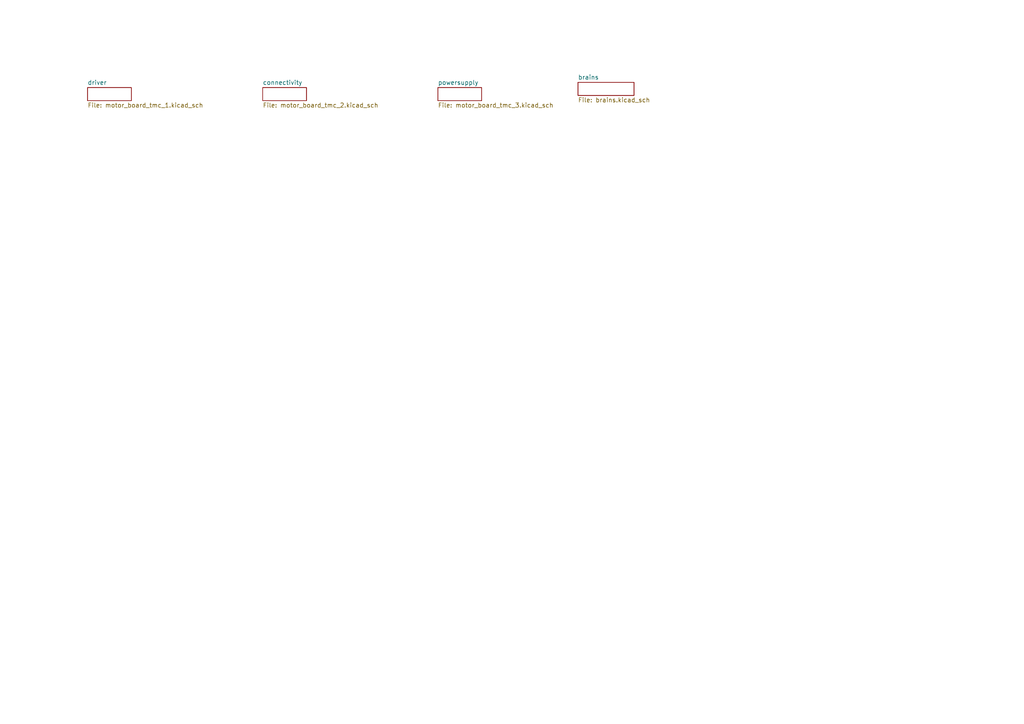
<source format=kicad_sch>
(kicad_sch
	(version 20250114)
	(generator "eeschema")
	(generator_version "9.0")
	(uuid "aa847544-f7c3-4c85-ab14-e7190378ac87")
	(paper "A4")
	(lib_symbols)
	(sheet
		(at 127 25.4)
		(size 12.7 3.81)
		(exclude_from_sim no)
		(in_bom yes)
		(on_board yes)
		(dnp no)
		(fields_autoplaced yes)
		(stroke
			(width 0)
			(type solid)
		)
		(fill
			(color 0 0 0 0.0000)
		)
		(uuid "3b54529e-601a-4a5c-bd9d-945f3dda2d4e")
		(property "Sheetname" "powersupply"
			(at 127 24.6884 0)
			(effects
				(font
					(size 1.27 1.27)
				)
				(justify left bottom)
			)
		)
		(property "Sheetfile" "motor_board_tmc_3.kicad_sch"
			(at 127 29.7946 0)
			(effects
				(font
					(size 1.27 1.27)
				)
				(justify left top)
			)
		)
		(instances
			(project "fsim_ff"
				(path "/aa847544-f7c3-4c85-ab14-e7190378ac87"
					(page "3")
				)
			)
		)
	)
	(sheet
		(at 76.2 25.4)
		(size 12.7 3.81)
		(exclude_from_sim no)
		(in_bom yes)
		(on_board yes)
		(dnp no)
		(fields_autoplaced yes)
		(stroke
			(width 0)
			(type solid)
		)
		(fill
			(color 0 0 0 0.0000)
		)
		(uuid "3c500fc5-dee2-4a19-93e2-92a59f2edb2b")
		(property "Sheetname" "connectivity"
			(at 76.2 24.6884 0)
			(effects
				(font
					(size 1.27 1.27)
				)
				(justify left bottom)
			)
		)
		(property "Sheetfile" "motor_board_tmc_2.kicad_sch"
			(at 76.2 29.7946 0)
			(effects
				(font
					(size 1.27 1.27)
				)
				(justify left top)
			)
		)
		(instances
			(project "fsim_ff"
				(path "/aa847544-f7c3-4c85-ab14-e7190378ac87"
					(page "2")
				)
			)
		)
	)
	(sheet
		(at 167.64 23.876)
		(size 16.256 3.81)
		(exclude_from_sim no)
		(in_bom yes)
		(on_board yes)
		(dnp no)
		(fields_autoplaced yes)
		(stroke
			(width 0.1524)
			(type solid)
		)
		(fill
			(color 0 0 0 0.0000)
		)
		(uuid "5b8239be-3acb-480d-b68c-3ddc98dc2fa1")
		(property "Sheetname" "brains"
			(at 167.64 23.1644 0)
			(effects
				(font
					(size 1.27 1.27)
				)
				(justify left bottom)
			)
		)
		(property "Sheetfile" "brains.kicad_sch"
			(at 167.64 28.2706 0)
			(effects
				(font
					(size 1.27 1.27)
				)
				(justify left top)
			)
		)
		(instances
			(project "fsim_ff"
				(path "/aa847544-f7c3-4c85-ab14-e7190378ac87"
					(page "5")
				)
			)
		)
	)
	(sheet
		(at 25.4 25.4)
		(size 12.7 3.81)
		(exclude_from_sim no)
		(in_bom yes)
		(on_board yes)
		(dnp no)
		(fields_autoplaced yes)
		(stroke
			(width 0)
			(type solid)
		)
		(fill
			(color 0 0 0 0.0000)
		)
		(uuid "9ba6eb33-b9b4-4ffb-a0a4-9bdfa5f117d9")
		(property "Sheetname" "driver"
			(at 25.4 24.6884 0)
			(effects
				(font
					(size 1.27 1.27)
				)
				(justify left bottom)
			)
		)
		(property "Sheetfile" "motor_board_tmc_1.kicad_sch"
			(at 25.4 29.7946 0)
			(effects
				(font
					(size 1.27 1.27)
				)
				(justify left top)
			)
		)
		(instances
			(project "fsim_ff"
				(path "/aa847544-f7c3-4c85-ab14-e7190378ac87"
					(page "1")
				)
			)
		)
	)
	(sheet_instances
		(path "/"
			(page "1")
		)
	)
	(embedded_fonts no)
)

</source>
